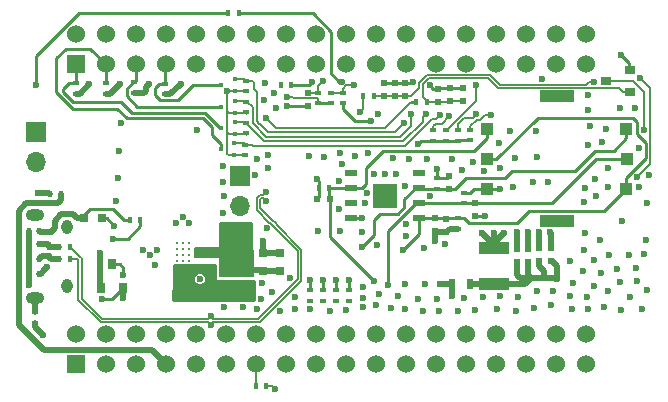
<source format=gbr>
G04 #@! TF.FileFunction,Copper,L4,Bot,Signal*
%FSLAX46Y46*%
G04 Gerber Fmt 4.6, Leading zero omitted, Abs format (unit mm)*
G04 Created by KiCad (PCBNEW 4.0.6) date 10/14/17 16:51:08*
%MOMM*%
%LPD*%
G01*
G04 APERTURE LIST*
%ADD10C,0.100000*%
%ADD11C,0.599440*%
%ADD12R,0.500000X0.900000*%
%ADD13R,1.100000X1.000000*%
%ADD14R,3.000000X1.000000*%
%ADD15O,0.950000X1.250000*%
%ADD16O,1.550000X1.000000*%
%ADD17R,0.400000X0.600000*%
%ADD18R,0.440000X0.300000*%
%ADD19R,0.600000X0.400000*%
%ADD20R,0.500000X0.600000*%
%ADD21R,0.750000X0.800000*%
%ADD22C,1.524000*%
%ADD23R,1.524000X1.524000*%
%ADD24R,0.600000X0.500000*%
%ADD25R,2.500000X1.000000*%
%ADD26R,1.700000X1.700000*%
%ADD27O,1.700000X1.700000*%
%ADD28R,1.000000X1.000000*%
%ADD29R,1.100000X0.500000*%
%ADD30R,0.900000X0.800000*%
%ADD31R,0.800000X0.750000*%
%ADD32R,0.800000X0.900000*%
%ADD33C,0.300000*%
%ADD34C,0.600000*%
%ADD35C,0.254000*%
%ADD36C,0.508000*%
%ADD37C,0.127000*%
G04 APERTURE END LIST*
D10*
D11*
X165608000Y-103530400D03*
X139420600Y-103568500D03*
X139369800Y-102184200D03*
X139395200Y-106222800D03*
X139509500Y-104787700D03*
X141097000Y-114173000D03*
X142227300Y-114287300D03*
X142621000Y-113487200D03*
X142671800Y-112115600D03*
X143535400Y-112852200D03*
X145046700Y-111671100D03*
X145516600Y-113309400D03*
X144195800Y-114503200D03*
X145491200Y-114350800D03*
X146735800Y-114350800D03*
X148437600Y-114477800D03*
X149783800Y-114427000D03*
X151282400Y-114147600D03*
X151282400Y-113411000D03*
X152323800Y-113995200D03*
X153619200Y-114223800D03*
X152603200Y-113030000D03*
X151206200Y-112420400D03*
X170256200Y-96189800D03*
X172999400Y-97332800D03*
X152527000Y-97815400D03*
X142913100Y-95161100D03*
X143713200Y-95999300D03*
X142900400Y-96659700D03*
X143865600Y-97282000D03*
X142240000Y-101574600D03*
X142138400Y-102971600D03*
X143129000Y-107492800D03*
X143205200Y-102387400D03*
X143230600Y-101244400D03*
X146697700Y-101320600D03*
X147967700Y-101409500D03*
X156895800Y-104724200D03*
X154787600Y-103936800D03*
X154876500Y-107086400D03*
X154914600Y-108153200D03*
X152425400Y-108864400D03*
X151180800Y-107823000D03*
X147447000Y-107721400D03*
X149275800Y-107696000D03*
X149225000Y-105816400D03*
X149199600Y-103454200D03*
X149504400Y-102057200D03*
X149275800Y-101117400D03*
X150558500Y-101371400D03*
X151688800Y-101079300D03*
X153771600Y-101498400D03*
X155117800Y-101574600D03*
X161493200Y-102641400D03*
X166878000Y-103543100D03*
X170434000Y-98806000D03*
X171500800Y-100177600D03*
X171958000Y-103949500D03*
X171958000Y-103949500D03*
X171005500Y-104711500D03*
X169989500Y-105283000D03*
X175450500Y-102997000D03*
X174625000Y-104013000D03*
X174294800Y-97282000D03*
X170332400Y-97434400D03*
X173177200Y-106883200D03*
X175260000Y-105308400D03*
X156464000Y-112166400D03*
X156413200Y-109118400D03*
X154838400Y-112166400D03*
X159781240Y-113421160D03*
X161373820Y-113289080D03*
X160748980Y-114368580D03*
X162814000Y-113233200D03*
X162605720Y-114330480D03*
X164236400Y-114452400D03*
X158191200Y-108813600D03*
X164338000Y-113334800D03*
X166014400Y-101447600D03*
X165712140Y-114218720D03*
X167132000Y-113972340D03*
X160528000Y-101904800D03*
X159613600Y-102565200D03*
X163677600Y-99263200D03*
X165996620Y-112778540D03*
X167304720Y-112796320D03*
X156667200Y-101600000D03*
X168783000Y-113192560D03*
X168910000Y-114350800D03*
X162763200Y-100228400D03*
X162814000Y-102412800D03*
X168986200Y-112141000D03*
X165912800Y-99263200D03*
X170185080Y-113329720D03*
X171424600Y-111302800D03*
X169849800Y-111125000D03*
X171983400Y-112816640D03*
X164134800Y-101498400D03*
X170332400Y-114350800D03*
X170764200Y-112369600D03*
X170891200Y-103276400D03*
X170281600Y-100431600D03*
X171627800Y-114122200D03*
X173045120Y-114427000D03*
X173024800Y-112039400D03*
X173857920Y-113309400D03*
X157530800Y-113436400D03*
X174823120Y-114274600D03*
X157683200Y-114503200D03*
X159270700Y-114482880D03*
X175323500Y-112725200D03*
X174421800Y-111963200D03*
X163906200Y-103974900D03*
X171958000Y-102412800D03*
X155905200Y-113436400D03*
X168808400Y-110286800D03*
X169964100Y-109359700D03*
X156362400Y-114503200D03*
X158750000Y-101650800D03*
X154228800Y-113233200D03*
X172770800Y-110896400D03*
X174371000Y-110871000D03*
X170027600Y-104038400D03*
X175196500Y-108458000D03*
X171856400Y-99110800D03*
X175056800Y-109677200D03*
X173736000Y-109728000D03*
X154838400Y-114350800D03*
X172110400Y-109728000D03*
X170789600Y-110159800D03*
X171297600Y-108508800D03*
X170053000Y-107861100D03*
X154051000Y-102870000D03*
X153098500Y-102870000D03*
X152209500Y-102870000D03*
X151574500Y-104457500D03*
X151384000Y-105346500D03*
X163195000Y-107886500D03*
X162306000Y-107886500D03*
X161353500Y-107886500D03*
D12*
X158762000Y-112204500D03*
X160262000Y-112204500D03*
D13*
X173540000Y-104140000D03*
X173590000Y-101600000D03*
X173540000Y-99060000D03*
X161740000Y-99060000D03*
X161740000Y-101600000D03*
X161740000Y-104140000D03*
D14*
X167640000Y-106900000D03*
X167640000Y-96300000D03*
D15*
X126207500Y-107347500D03*
X126207500Y-112347500D03*
D16*
X123507500Y-106347500D03*
X123507500Y-113347500D03*
D17*
X126434000Y-110109000D03*
X125534000Y-110109000D03*
D18*
X140343500Y-101274500D03*
X140343500Y-100274500D03*
X139183500Y-100774500D03*
D19*
X141351000Y-98546500D03*
X141351000Y-99446500D03*
X148526500Y-96906500D03*
X148526500Y-96006500D03*
X149542500Y-96006500D03*
X149542500Y-96906500D03*
X147447000Y-96906500D03*
X147447000Y-96006500D03*
D20*
X146558000Y-95991500D03*
X146558000Y-97091500D03*
D17*
X144266500Y-95313500D03*
X145166500Y-95313500D03*
D21*
X138239500Y-110986000D03*
X138239500Y-109486000D03*
D11*
X136525000Y-107061000D03*
X136017000Y-106553000D03*
X135445500Y-107061000D03*
X135445500Y-113284000D03*
X135445500Y-112331500D03*
X135953500Y-112839500D03*
X136461500Y-113284000D03*
X136461500Y-112331500D03*
X132588000Y-109347000D03*
X133223000Y-109728000D03*
X133794500Y-109347000D03*
X141605000Y-107315000D03*
X140589000Y-107315000D03*
X139509500Y-107315000D03*
X139573000Y-108204000D03*
X140589000Y-108204000D03*
X141605000Y-108204000D03*
X141732000Y-110998000D03*
X140970000Y-110998000D03*
X140208000Y-110998000D03*
D22*
X170091100Y-116433600D03*
X170091100Y-118973600D03*
X167551100Y-116433600D03*
X167551100Y-118973600D03*
X165011100Y-116433600D03*
X165011100Y-118973600D03*
X162471100Y-116433600D03*
X162471100Y-118973600D03*
X159931100Y-116433600D03*
X159931100Y-118973600D03*
X157391100Y-116433600D03*
X157391100Y-118973600D03*
X154851100Y-116433600D03*
X154851100Y-118973600D03*
X152311100Y-116433600D03*
X152311100Y-118973600D03*
X149771100Y-116433600D03*
X149771100Y-118973600D03*
X147231100Y-116433600D03*
X147231100Y-118973600D03*
X144691100Y-116433600D03*
X144691100Y-118973600D03*
X142151100Y-116433600D03*
X142151100Y-118973600D03*
X139611100Y-116433600D03*
X139611100Y-118973600D03*
X137071100Y-116433600D03*
X137071100Y-118973600D03*
X134531100Y-116433600D03*
X134531100Y-118973600D03*
X131991100Y-116433600D03*
X131991100Y-118973600D03*
X129451100Y-116433600D03*
X129451100Y-118973600D03*
X126911100Y-116433600D03*
D23*
X126911100Y-118973600D03*
D22*
X170091100Y-91033600D03*
X170091100Y-93573600D03*
X167551100Y-91033600D03*
X167551100Y-93573600D03*
X165011100Y-91033600D03*
X165011100Y-93573600D03*
X162471100Y-91033600D03*
X162471100Y-93573600D03*
X159931100Y-91033600D03*
X159931100Y-93573600D03*
X157391100Y-91033600D03*
X157391100Y-93573600D03*
X154851100Y-91033600D03*
X154851100Y-93573600D03*
X152311100Y-91033600D03*
X152311100Y-93573600D03*
X149771100Y-91033600D03*
X149771100Y-93573600D03*
X147231100Y-91033600D03*
X147231100Y-93573600D03*
X144691100Y-91033600D03*
X144691100Y-93573600D03*
X142151100Y-91033600D03*
X142151100Y-93573600D03*
X139611100Y-91033600D03*
X139611100Y-93573600D03*
X137071100Y-91033600D03*
X137071100Y-93573600D03*
X134531100Y-91033600D03*
X134531100Y-93573600D03*
X131991100Y-91033600D03*
X131991100Y-93573600D03*
X129451100Y-91033600D03*
X129451100Y-93573600D03*
X126911100Y-91033600D03*
D23*
X126911100Y-93573600D03*
D20*
X153035000Y-96266000D03*
X153035000Y-95166000D03*
X153924000Y-96266000D03*
X153924000Y-95166000D03*
X154813000Y-96244500D03*
X154813000Y-95144500D03*
X158623000Y-96710500D03*
X158623000Y-95610500D03*
D21*
X144208500Y-109613000D03*
X144208500Y-111113000D03*
D20*
X157607000Y-96752500D03*
X157607000Y-95652500D03*
X159702500Y-96689000D03*
X159702500Y-95589000D03*
D21*
X142811500Y-109613000D03*
X142811500Y-111113000D03*
D20*
X158305500Y-107780000D03*
X158305500Y-106680000D03*
X157353000Y-107738000D03*
X157353000Y-106638000D03*
D24*
X147341500Y-105029000D03*
X148441500Y-105029000D03*
D20*
X158559500Y-103018500D03*
X158559500Y-104118500D03*
X160718500Y-106468000D03*
X160718500Y-105368000D03*
D25*
X162369500Y-112180500D03*
X162369500Y-109180500D03*
D20*
X167132000Y-110278000D03*
X167132000Y-109178000D03*
X164274500Y-110299500D03*
X164274500Y-109199500D03*
X165227000Y-110299500D03*
X165227000Y-109199500D03*
X166179500Y-110278000D03*
X166179500Y-109178000D03*
D17*
X123830500Y-107696000D03*
X122930500Y-107696000D03*
X123830500Y-110109000D03*
X122930500Y-110109000D03*
X123830500Y-108775500D03*
X122930500Y-108775500D03*
D19*
X159766000Y-105352000D03*
X159766000Y-104452000D03*
X157543500Y-104145500D03*
X157543500Y-103245500D03*
D17*
X148405000Y-104076500D03*
X147505000Y-104076500D03*
D19*
X159258000Y-106611000D03*
X159258000Y-107511000D03*
D26*
X123571000Y-99314000D03*
D27*
X123571000Y-101854000D03*
D17*
X131503000Y-106743500D03*
X132403000Y-106743500D03*
X152146000Y-96266000D03*
X151246000Y-96266000D03*
X124772000Y-104584500D03*
X125672000Y-104584500D03*
D19*
X123507500Y-115506500D03*
X123507500Y-114606500D03*
X141351000Y-96774000D03*
X141351000Y-97674000D03*
X141351000Y-94985000D03*
X141351000Y-95885000D03*
D17*
X156660000Y-96774000D03*
X155760000Y-96774000D03*
X122930500Y-111315500D03*
X123830500Y-111315500D03*
X126439500Y-109029500D03*
X125539500Y-109029500D03*
X143071000Y-120840500D03*
X142171000Y-120840500D03*
D19*
X160337500Y-99118000D03*
X160337500Y-100018000D03*
X158242000Y-99181500D03*
X158242000Y-100081500D03*
X157162500Y-99181500D03*
X157162500Y-100081500D03*
X159258000Y-99181500D03*
X159258000Y-100081500D03*
D17*
X140721500Y-89281000D03*
X139821500Y-89281000D03*
D19*
X147828000Y-113607000D03*
X147828000Y-112707000D03*
X150050500Y-113607000D03*
X150050500Y-112707000D03*
X148971000Y-113607000D03*
X148971000Y-112707000D03*
X146748500Y-113607000D03*
X146748500Y-112707000D03*
D28*
X152606500Y-105219500D03*
D29*
X150206500Y-106624500D03*
X150206500Y-105354500D03*
X150206500Y-104084500D03*
X150206500Y-102814500D03*
X156006500Y-102814500D03*
X156006500Y-104084500D03*
X156006500Y-105354500D03*
X156006500Y-106624500D03*
D28*
X153606500Y-105219500D03*
X152606500Y-104219500D03*
X153606500Y-104219500D03*
D30*
X173847000Y-94046000D03*
X173847000Y-95946000D03*
X171847000Y-94996000D03*
D31*
X129147000Y-106616500D03*
X127647000Y-106616500D03*
D25*
X140398500Y-109712500D03*
X140398500Y-112712500D03*
D32*
X130932000Y-112522000D03*
X129032000Y-112522000D03*
X129982000Y-110522000D03*
D18*
X140398500Y-97710500D03*
X140398500Y-96710500D03*
X139238500Y-97210500D03*
X140415500Y-95877000D03*
X140415500Y-94877000D03*
X139255500Y-95377000D03*
X140407000Y-99496500D03*
X140407000Y-98496500D03*
X139247000Y-98996500D03*
D19*
X131889500Y-95117500D03*
X131889500Y-96017500D03*
X134493000Y-95244500D03*
X134493000Y-96144500D03*
X141287500Y-100388000D03*
X141287500Y-101288000D03*
X129476500Y-95181000D03*
X129476500Y-96081000D03*
X126936500Y-95181000D03*
X126936500Y-96081000D03*
D26*
X140843000Y-103060500D03*
D27*
X140843000Y-105600500D03*
D11*
X139446000Y-110998000D03*
D33*
X135493000Y-110212000D03*
X136493000Y-110712000D03*
X135493000Y-109712000D03*
X135493000Y-110712000D03*
X135493000Y-109212000D03*
X135493000Y-108712000D03*
X135993000Y-108712000D03*
X135993000Y-109212000D03*
X135993000Y-109712000D03*
X135993000Y-110212000D03*
X135993000Y-110712000D03*
X136493000Y-110212000D03*
X136493000Y-109712000D03*
X136493000Y-109212000D03*
X136493000Y-108712000D03*
D34*
X161607500Y-106467991D03*
X137223500Y-99123500D03*
X144843500Y-97091500D03*
X147383500Y-103314500D03*
X156908500Y-95377000D03*
X155511500Y-95123000D03*
X151892000Y-98425000D03*
X142811500Y-108585000D03*
X130175000Y-107251500D03*
X122936000Y-112268000D03*
X129159000Y-113474500D03*
X155892500Y-100330000D03*
X157353000Y-108521500D03*
X167068500Y-107827002D03*
X166115812Y-107826316D03*
X165227000Y-107759500D03*
X164274500Y-107759500D03*
X173101000Y-92773500D03*
X130937000Y-113383002D03*
X124147790Y-116517210D03*
X157543500Y-102425500D03*
X162814000Y-104140000D03*
X143764000Y-121077010D03*
X151193500Y-106616500D03*
X130365500Y-105156000D03*
X123571000Y-95313500D03*
X130492500Y-103251000D03*
X130556000Y-100965000D03*
X130746500Y-98552000D03*
X133667500Y-110583500D03*
X137414000Y-111760000D03*
X170815000Y-95059500D03*
X124841000Y-107759500D03*
X174642479Y-100711000D03*
X158750000Y-113220500D03*
X157734000Y-112204500D03*
X139446000Y-114109500D03*
X147845925Y-95016611D03*
X154622500Y-109347000D03*
X152209500Y-111950500D03*
X151193500Y-109029500D03*
X153352500Y-112268000D03*
X165481000Y-111696500D03*
X166560500Y-111696500D03*
X167640000Y-111760000D03*
X174434500Y-103124000D03*
X174688500Y-94742000D03*
X124657553Y-109851890D03*
X124714000Y-109029500D03*
X123761500Y-104457500D03*
X175023490Y-99197813D03*
X156591000Y-97790000D03*
X157734000Y-97917000D03*
X154749500Y-98552000D03*
X155340886Y-97791794D03*
X124525709Y-110749556D03*
X150968870Y-97616990D03*
X138343220Y-115692200D03*
X143011598Y-105168298D03*
X143065500Y-98171000D03*
X138343220Y-114914400D03*
X143011598Y-104390498D03*
X150495000Y-95313500D03*
X144827498Y-96329500D03*
X166433500Y-94805500D03*
X162115500Y-97917000D03*
X160782000Y-95359521D03*
X158559500Y-97980500D03*
X160817077Y-97811112D03*
X149468050Y-95060277D03*
X147828000Y-111823500D03*
X150050500Y-111823500D03*
X148971000Y-111823500D03*
X146748500Y-111823500D03*
X146939000Y-95059500D03*
X130048000Y-108394500D03*
X128968500Y-109537500D03*
X130937000Y-111442500D03*
X139767544Y-95838513D03*
X133158936Y-95249582D03*
X128079500Y-95250000D03*
X130683000Y-95250000D03*
X135826500Y-95250000D03*
D35*
X161607491Y-106468000D02*
X161607500Y-106467991D01*
X160718500Y-106468000D02*
X161607491Y-106468000D01*
X146558000Y-97091500D02*
X144843500Y-97091500D01*
X147505000Y-104076500D02*
X147505000Y-103436000D01*
X147505000Y-103436000D02*
X147383500Y-103314500D01*
X147505000Y-104076500D02*
X147505000Y-104865500D01*
X147505000Y-104865500D02*
X147341500Y-105029000D01*
X157120500Y-95589000D02*
X156908500Y-95377000D01*
X157120500Y-95652500D02*
X157120500Y-95589000D01*
X154813000Y-95144500D02*
X155490000Y-95144500D01*
X155490000Y-95144500D02*
X155511500Y-95123000D01*
X150607000Y-98425000D02*
X151892000Y-98425000D01*
X149542500Y-96906500D02*
X149542500Y-97360500D01*
X149542500Y-97360500D02*
X150607000Y-98425000D01*
D36*
X142811500Y-109613000D02*
X144208500Y-109613000D01*
X142811500Y-109613000D02*
X142811500Y-108585000D01*
D35*
X129147000Y-106616500D02*
X129540000Y-106616500D01*
X129540000Y-106616500D02*
X130175000Y-107251500D01*
D36*
X122930500Y-111315500D02*
X122930500Y-112262500D01*
X122930500Y-112262500D02*
X122936000Y-112268000D01*
X122930500Y-110109000D02*
X122930500Y-111315500D01*
X122930500Y-108775500D02*
X122930500Y-110109000D01*
X122930500Y-107696000D02*
X122930500Y-108775500D01*
D35*
X129979500Y-113474500D02*
X129159000Y-113474500D01*
X130932000Y-112522000D02*
X129979500Y-113474500D01*
X157162500Y-100081500D02*
X156141000Y-100081500D01*
X156141000Y-100081500D02*
X155892500Y-100330000D01*
X158242000Y-100081500D02*
X157162500Y-100081500D01*
X159258000Y-100081500D02*
X158242000Y-100081500D01*
X160337500Y-100018000D02*
X159321500Y-100018000D01*
X159321500Y-100018000D02*
X159258000Y-100081500D01*
D36*
X157353000Y-107738000D02*
X157353000Y-108521500D01*
X158305500Y-107780000D02*
X157395000Y-107780000D01*
X157395000Y-107780000D02*
X157353000Y-107738000D01*
X159258000Y-107511000D02*
X158574500Y-107511000D01*
X158574500Y-107511000D02*
X158305500Y-107780000D01*
X162369500Y-109180500D02*
X162369500Y-108902500D01*
X162369500Y-108902500D02*
X161353500Y-107886500D01*
X162369500Y-109180500D02*
X162369500Y-108712000D01*
X162369500Y-108712000D02*
X163195000Y-107886500D01*
X162369500Y-109180500D02*
X162369500Y-107950000D01*
X162369500Y-107950000D02*
X162306000Y-107886500D01*
X167132000Y-109178000D02*
X167132000Y-107890502D01*
X167132000Y-107890502D02*
X167068500Y-107827002D01*
X166179500Y-109178000D02*
X166179500Y-107890004D01*
X166179500Y-107890004D02*
X166115812Y-107826316D01*
X165227000Y-109199500D02*
X165227000Y-107759500D01*
X164274500Y-109199500D02*
X164274500Y-107759500D01*
D35*
X173799500Y-94107000D02*
X173799500Y-93472000D01*
X173799500Y-93472000D02*
X173101000Y-92773500D01*
D36*
X130932000Y-112522000D02*
X130932000Y-113378002D01*
X130932000Y-113378002D02*
X130937000Y-113383002D01*
X123507500Y-115506500D02*
X123507500Y-115876920D01*
X123507500Y-115876920D02*
X124147790Y-116517210D01*
D35*
X157543500Y-103245500D02*
X157543500Y-102425500D01*
X157543500Y-103245500D02*
X158332500Y-103245500D01*
X158332500Y-103245500D02*
X158559500Y-103018500D01*
X160655000Y-104117000D02*
X160678000Y-104140000D01*
X160678000Y-104140000D02*
X161740000Y-104140000D01*
X159766000Y-104452000D02*
X160320000Y-104452000D01*
X160320000Y-104452000D02*
X160655000Y-104117000D01*
X161740000Y-104140000D02*
X162814000Y-104140000D01*
X153924000Y-95166000D02*
X154791500Y-95166000D01*
X154791500Y-95166000D02*
X154813000Y-95144500D01*
X153035000Y-95166000D02*
X153924000Y-95166000D01*
X157607000Y-95652500D02*
X157120500Y-95652500D01*
X158623000Y-95610500D02*
X157649000Y-95610500D01*
X157649000Y-95610500D02*
X157607000Y-95652500D01*
X159702500Y-95589000D02*
X158644500Y-95589000D01*
X158644500Y-95589000D02*
X158623000Y-95610500D01*
D37*
X143071000Y-120840500D02*
X143527490Y-120840500D01*
X143527490Y-120840500D02*
X143764000Y-121077010D01*
D35*
X150206500Y-106624500D02*
X151185500Y-106624500D01*
X151185500Y-106624500D02*
X151193500Y-106616500D01*
D36*
X134531100Y-118973600D02*
X133350000Y-117792500D01*
X133350000Y-117792500D02*
X124244100Y-117792500D01*
X122110500Y-105981500D02*
X122745500Y-105346500D01*
X122745500Y-105346500D02*
X125412500Y-105346500D01*
X124244100Y-117792500D02*
X122110500Y-115658900D01*
X122110500Y-115658900D02*
X122110500Y-105981500D01*
X125412500Y-105346500D02*
X125672000Y-105087000D01*
X125672000Y-105087000D02*
X125672000Y-104584500D01*
D35*
X126936500Y-95181000D02*
X126936500Y-93599000D01*
X126936500Y-93599000D02*
X126911100Y-93573600D01*
X126382500Y-95181000D02*
X126936500Y-95181000D01*
X125857000Y-95706500D02*
X126382500Y-95181000D01*
X125857000Y-95958702D02*
X125857000Y-95706500D01*
X126672298Y-96774000D02*
X125857000Y-95958702D01*
X130746500Y-96774000D02*
X126672298Y-96774000D01*
X131699000Y-97726500D02*
X130746500Y-96774000D01*
X137907000Y-97726500D02*
X131699000Y-97726500D01*
X139177000Y-98996500D02*
X137907000Y-97726500D01*
X139247000Y-98996500D02*
X139177000Y-98996500D01*
X126111000Y-92265500D02*
X128143000Y-92265500D01*
X128143000Y-92265500D02*
X129451100Y-93573600D01*
X125285500Y-93091000D02*
X126111000Y-92265500D01*
X125285500Y-95926032D02*
X125285500Y-93091000D01*
X130429000Y-97345500D02*
X126704968Y-97345500D01*
X126704968Y-97345500D02*
X125285500Y-95926032D01*
X131254500Y-98171000D02*
X130429000Y-97345500D01*
X137731500Y-98171000D02*
X131254500Y-98171000D01*
X138430000Y-98869500D02*
X137731500Y-98171000D01*
X138430000Y-99617000D02*
X138430000Y-98869500D01*
X139183500Y-100370500D02*
X138430000Y-99617000D01*
X129451100Y-93573600D02*
X129451100Y-95155600D01*
X139183500Y-100774500D02*
X139183500Y-100370500D01*
X129451100Y-95155600D02*
X129476500Y-95181000D01*
X139238500Y-97210500D02*
X132125298Y-97210500D01*
X132125298Y-97210500D02*
X131233899Y-96319101D01*
X131789500Y-95117500D02*
X131889500Y-95117500D01*
X131233899Y-96319101D02*
X131233900Y-95673100D01*
X131233900Y-95673100D02*
X131789500Y-95117500D01*
X131991100Y-93573600D02*
X131991100Y-95015900D01*
X131991100Y-95015900D02*
X131889500Y-95117500D01*
X134493000Y-93611700D02*
X134531100Y-93573600D01*
X134493000Y-95244500D02*
X133939000Y-95244500D01*
X133939000Y-95244500D02*
X133604000Y-95579500D01*
X133604000Y-95579500D02*
X133604000Y-96212702D01*
X133604000Y-96212702D02*
X134043808Y-96652510D01*
X134043808Y-96652510D02*
X135566990Y-96652510D01*
X135566990Y-96652510D02*
X136842500Y-95377000D01*
X136842500Y-95377000D02*
X139255500Y-95377000D01*
X134493000Y-95244500D02*
X134493000Y-93611700D01*
D37*
X142151100Y-118973600D02*
X142151100Y-120820600D01*
X142151100Y-120820600D02*
X142171000Y-120840500D01*
D35*
X139821500Y-89281000D02*
X127160018Y-89281000D01*
X127160018Y-89281000D02*
X123571000Y-92870018D01*
X123571000Y-92870018D02*
X123571000Y-95313500D01*
D37*
X153035000Y-96266000D02*
X152146000Y-96266000D01*
X153924000Y-96266000D02*
X153035000Y-96266000D01*
X154813000Y-96244500D02*
X153945500Y-96244500D01*
X153945500Y-96244500D02*
X153924000Y-96266000D01*
X156019500Y-95567500D02*
X155342500Y-96244500D01*
X155342500Y-96244500D02*
X154813000Y-96244500D01*
X156019500Y-95186500D02*
X156019500Y-95567500D01*
X156679899Y-94526101D02*
X156019500Y-95186500D01*
X162026601Y-94526101D02*
X156679899Y-94526101D01*
X162814000Y-95313500D02*
X162026601Y-94526101D01*
X170136736Y-95313500D02*
X162814000Y-95313500D01*
X170815000Y-95059500D02*
X170390736Y-95059500D01*
X170390736Y-95059500D02*
X170136736Y-95313500D01*
D36*
X126682500Y-106299000D02*
X127000000Y-106616500D01*
X127000000Y-106616500D02*
X127647000Y-106616500D01*
X125666500Y-106299000D02*
X126682500Y-106299000D01*
X125140999Y-106824501D02*
X125666500Y-106299000D01*
X124841000Y-107759500D02*
X125140999Y-107459501D01*
X125140999Y-107459501D02*
X125140999Y-106824501D01*
D35*
X131503000Y-106743500D02*
X131000500Y-106743500D01*
X131000500Y-106743500D02*
X130111500Y-105854500D01*
X127647000Y-106350500D02*
X127647000Y-106616500D01*
X130111500Y-105854500D02*
X128143000Y-105854500D01*
X128143000Y-105854500D02*
X127647000Y-106350500D01*
D36*
X124841000Y-107759500D02*
X123894000Y-107759500D01*
X123894000Y-107759500D02*
X123830500Y-107696000D01*
X144208500Y-111113000D02*
X142811500Y-111113000D01*
X141732000Y-110998000D02*
X142696500Y-110998000D01*
X142696500Y-110998000D02*
X142811500Y-111113000D01*
X158762000Y-112204500D02*
X158762000Y-113208500D01*
X158762000Y-113208500D02*
X158750000Y-113220500D01*
X158762000Y-112204500D02*
X157734000Y-112204500D01*
D37*
X156660000Y-96674000D02*
X156660000Y-96774000D01*
X156333000Y-95254000D02*
X156333000Y-96347000D01*
X156333000Y-96347000D02*
X156660000Y-96674000D01*
X156806888Y-94780112D02*
X156333000Y-95254000D01*
X173847000Y-95946000D02*
X173270000Y-95946000D01*
X161836112Y-94780112D02*
X156806888Y-94780112D01*
X172933499Y-95609499D02*
X162665499Y-95609499D01*
X162665499Y-95609499D02*
X161836112Y-94780112D01*
X173270000Y-95946000D02*
X172933499Y-95609499D01*
X156660000Y-96774000D02*
X157585500Y-96774000D01*
X157585500Y-96774000D02*
X157607000Y-96752500D01*
X158623000Y-96710500D02*
X159681000Y-96710500D01*
X159681000Y-96710500D02*
X159702500Y-96689000D01*
X157607000Y-96752500D02*
X158581000Y-96752500D01*
X158581000Y-96752500D02*
X158623000Y-96710500D01*
X147545926Y-95316610D02*
X147845925Y-95016611D01*
X147447000Y-95415536D02*
X147545926Y-95316610D01*
X147447000Y-96006500D02*
X147447000Y-95415536D01*
X146558000Y-95991500D02*
X147432000Y-95991500D01*
X147432000Y-95991500D02*
X147447000Y-96006500D01*
D35*
X159258000Y-106611000D02*
X159812000Y-106611000D01*
X173490000Y-104140000D02*
X173540000Y-104140000D01*
X159812000Y-106611000D02*
X160223001Y-107022001D01*
X171635800Y-105994200D02*
X173490000Y-104140000D01*
X160223001Y-107022001D02*
X164300799Y-107022001D01*
X164300799Y-107022001D02*
X165328600Y-105994200D01*
X165328600Y-105994200D02*
X171635800Y-105994200D01*
X173540000Y-103386000D02*
X173540000Y-104140000D01*
X173540000Y-103198576D02*
X173540000Y-103386000D01*
X175196489Y-101542087D02*
X173540000Y-103198576D01*
X175196489Y-100260913D02*
X175196489Y-101542087D01*
X174469488Y-99533912D02*
X175196489Y-100260913D01*
X166036500Y-98107500D02*
X174094702Y-98107500D01*
X174094702Y-98107500D02*
X174469488Y-98482286D01*
X162544000Y-101600000D02*
X166036500Y-98107500D01*
X161740000Y-101600000D02*
X162544000Y-101600000D01*
X174469488Y-98482286D02*
X174469488Y-99533912D01*
X159358000Y-106611000D02*
X159258000Y-106611000D01*
X157353000Y-106638000D02*
X158263500Y-106638000D01*
X158263500Y-106638000D02*
X158305500Y-106680000D01*
X159258000Y-106611000D02*
X158374500Y-106611000D01*
X158374500Y-106611000D02*
X158305500Y-106680000D01*
X154622500Y-109347000D02*
X156006500Y-107963000D01*
X156006500Y-107963000D02*
X156006500Y-106624500D01*
X157353000Y-106638000D02*
X156020000Y-106638000D01*
X156020000Y-106638000D02*
X156006500Y-106624500D01*
X148405000Y-104076500D02*
X150198500Y-104076500D01*
X148405000Y-104076500D02*
X148405000Y-104992500D01*
X148405000Y-104992500D02*
X148441500Y-105029000D01*
X152209500Y-111950500D02*
X148441500Y-108182500D01*
X148441500Y-108182500D02*
X148441500Y-105029000D01*
X161740000Y-99814000D02*
X161740000Y-99060000D01*
X150198500Y-104076500D02*
X150206500Y-104084500D01*
X150206500Y-104084500D02*
X151122000Y-104084500D01*
X151122000Y-104084500D02*
X151511000Y-103695500D01*
X151511000Y-103695500D02*
X151511000Y-102362000D01*
X151511000Y-102362000D02*
X152971500Y-100901500D01*
X152971500Y-100901500D02*
X160652500Y-100901500D01*
X160652500Y-100901500D02*
X161740000Y-99814000D01*
X170878500Y-100901500D02*
X169176700Y-102603300D01*
X163288979Y-103195121D02*
X163880800Y-102603300D01*
X163880800Y-102603300D02*
X169176700Y-102603300D01*
X159994500Y-103187500D02*
X160002121Y-103195121D01*
X160002121Y-103195121D02*
X163288979Y-103195121D01*
X159063500Y-104118500D02*
X158559500Y-104118500D01*
X159994500Y-103187500D02*
X159063500Y-104118500D01*
X172452500Y-100901500D02*
X170878500Y-100901500D01*
X173540000Y-99060000D02*
X173540000Y-99814000D01*
X173540000Y-99814000D02*
X172452500Y-100901500D01*
X158559500Y-104118500D02*
X157570500Y-104118500D01*
X157570500Y-104118500D02*
X157543500Y-104145500D01*
X154178000Y-106235500D02*
X154749500Y-105664000D01*
X154749500Y-105664000D02*
X154749500Y-105041500D01*
X152717500Y-106235500D02*
X154178000Y-106235500D01*
X152146000Y-106807000D02*
X152717500Y-106235500D01*
X152146000Y-108077000D02*
X152146000Y-106807000D01*
X151193500Y-109029500D02*
X152146000Y-108077000D01*
X154749500Y-105041500D02*
X155706500Y-104084500D01*
X155706500Y-104084500D02*
X156006500Y-104084500D01*
X157543500Y-104145500D02*
X156067500Y-104145500D01*
X156067500Y-104145500D02*
X156006500Y-104084500D01*
X153352500Y-107708500D02*
X153352500Y-112268000D01*
X167237500Y-105368000D02*
X171005500Y-101600000D01*
X171005500Y-101600000D02*
X173590000Y-101600000D01*
X160718500Y-105368000D02*
X167237500Y-105368000D01*
X160718500Y-105368000D02*
X159782000Y-105368000D01*
X159782000Y-105368000D02*
X159766000Y-105352000D01*
X156006500Y-105354500D02*
X155706500Y-105354500D01*
X155706500Y-105354500D02*
X153352500Y-107708500D01*
X159766000Y-105352000D02*
X156009000Y-105352000D01*
X156009000Y-105352000D02*
X156006500Y-105354500D01*
D36*
X160262000Y-112204500D02*
X162345500Y-112204500D01*
X162345500Y-112204500D02*
X162369500Y-112180500D01*
X162369500Y-112180500D02*
X163092000Y-112180500D01*
X162369500Y-112180500D02*
X164997000Y-112180500D01*
X164997000Y-112180500D02*
X165481000Y-111696500D01*
X166560500Y-111696500D02*
X167576500Y-111696500D01*
X167576500Y-111696500D02*
X167640000Y-111760000D01*
X165481000Y-111696500D02*
X166560500Y-111696500D01*
X164274500Y-110299500D02*
X164274500Y-111442500D01*
X164274500Y-111442500D02*
X164528500Y-111696500D01*
X164528500Y-111696500D02*
X165481000Y-111696500D01*
X165227000Y-110299500D02*
X165227000Y-111442500D01*
X165227000Y-111442500D02*
X165481000Y-111696500D01*
X166560500Y-111061500D02*
X166179500Y-110680500D01*
X166179500Y-110680500D02*
X166179500Y-110278000D01*
X166560500Y-111696500D02*
X166560500Y-111061500D01*
X167237500Y-110278000D02*
X167640000Y-110680500D01*
X167640000Y-110680500D02*
X167640000Y-111760000D01*
X167132000Y-110278000D02*
X167237500Y-110278000D01*
D37*
X175514000Y-102044500D02*
X174434500Y-103124000D01*
X175514000Y-95567500D02*
X175514000Y-102044500D01*
X174988499Y-95041999D02*
X175514000Y-95567500D01*
X174688500Y-94742000D02*
X174988499Y-95041999D01*
D36*
X124657553Y-109940553D02*
X124657553Y-109851890D01*
X124233289Y-109851890D02*
X124657553Y-109851890D01*
X123830500Y-110109000D02*
X124087610Y-109851890D01*
X125534000Y-110109000D02*
X124826000Y-110109000D01*
X124087610Y-109851890D02*
X124233289Y-109851890D01*
X124826000Y-110109000D02*
X124657553Y-109940553D01*
X124650500Y-109029500D02*
X124650500Y-108887500D01*
X124650500Y-108887500D02*
X124538500Y-108775500D01*
X124538500Y-108775500D02*
X123830500Y-108775500D01*
X124714000Y-109029500D02*
X124650500Y-109029500D01*
X125539500Y-109029500D02*
X124714000Y-109029500D01*
X123761500Y-104457500D02*
X124645000Y-104457500D01*
X124645000Y-104457500D02*
X124772000Y-104584500D01*
D37*
X171847000Y-94996000D02*
X174089902Y-94996000D01*
X175023490Y-95929588D02*
X175023490Y-98773549D01*
X175023490Y-98773549D02*
X175023490Y-99197813D01*
X174089902Y-94996000D02*
X175023490Y-95929588D01*
X141351000Y-98580990D02*
X142892045Y-100122035D01*
X156291001Y-98089999D02*
X156591000Y-97790000D01*
X156291001Y-98493467D02*
X156291001Y-98089999D01*
X154662433Y-100122035D02*
X156291001Y-98493467D01*
X142892045Y-100122035D02*
X154662433Y-100122035D01*
D35*
X141351000Y-98546500D02*
X141351000Y-98580990D01*
D37*
X140407000Y-98496500D02*
X141301000Y-98496500D01*
D35*
X141301000Y-98496500D02*
X141351000Y-98546500D01*
D37*
X157434001Y-98216999D02*
X157734000Y-97917000D01*
X141956546Y-100503046D02*
X154820252Y-100503046D01*
X141287500Y-100388000D02*
X141841500Y-100388000D01*
X157106299Y-98216999D02*
X157434001Y-98216999D01*
X141841500Y-100388000D02*
X141956546Y-100503046D01*
X154820252Y-100503046D02*
X157106299Y-98216999D01*
X140343500Y-100274500D02*
X141174000Y-100274500D01*
D35*
X141174000Y-100274500D02*
X141287500Y-100388000D01*
D37*
X154749500Y-98552000D02*
X153941487Y-99360013D01*
X153941487Y-99360013D02*
X143207683Y-99360013D01*
X141998700Y-95689798D02*
X141998700Y-95135700D01*
X143207683Y-99360013D02*
X142493991Y-98646321D01*
X142493991Y-98646321D02*
X142474021Y-98646321D01*
X142240000Y-95931098D02*
X141998700Y-95689798D01*
X142474021Y-98646321D02*
X142240000Y-98412300D01*
X142240000Y-98412300D02*
X142240000Y-95931098D01*
X141998700Y-95135700D02*
X141848000Y-94985000D01*
X141848000Y-94985000D02*
X141351000Y-94985000D01*
D35*
X141351000Y-94985000D02*
X141451000Y-94985000D01*
D37*
X140415500Y-94877000D02*
X141243000Y-94877000D01*
X141243000Y-94877000D02*
X141351000Y-94985000D01*
X141905000Y-98596160D02*
X143049864Y-99741024D01*
X141905000Y-97228000D02*
X141905000Y-98596160D01*
X155340886Y-98216058D02*
X155340886Y-97791794D01*
X155340886Y-98780538D02*
X155340886Y-98216058D01*
X143049864Y-99741024D02*
X154380400Y-99741024D01*
X141451000Y-96774000D02*
X141905000Y-97228000D01*
D35*
X141351000Y-96774000D02*
X141451000Y-96774000D01*
D37*
X154380400Y-99741024D02*
X155340886Y-98780538D01*
X140398500Y-96710500D02*
X141287500Y-96710500D01*
D35*
X141287500Y-96710500D02*
X141351000Y-96774000D01*
D36*
X123959765Y-111315500D02*
X124225710Y-111049555D01*
X123830500Y-111315500D02*
X123959765Y-111315500D01*
X124225710Y-111049555D02*
X124525709Y-110749556D01*
X123507500Y-114606500D02*
X123507500Y-113347500D01*
D37*
X151246000Y-97339860D02*
X150968870Y-97616990D01*
X151246000Y-96266000D02*
X151246000Y-97339860D01*
X127127000Y-113563026D02*
X127127000Y-110148052D01*
X127127000Y-110148052D02*
X127087948Y-110109000D01*
X127087948Y-110109000D02*
X126434000Y-110109000D01*
X129019673Y-115455699D02*
X127127000Y-113563026D01*
X138343220Y-115692200D02*
X138106719Y-115455699D01*
X138106719Y-115455699D02*
X129019673Y-115455699D01*
X143490555Y-106697788D02*
X143924012Y-107131245D01*
X138579721Y-115455699D02*
X138343220Y-115692200D01*
X143011598Y-105168298D02*
X142775097Y-104931797D01*
X143924012Y-107131245D02*
X143924012Y-107183286D01*
X142775097Y-104931797D02*
X142651701Y-104931797D01*
X142651701Y-104931797D02*
X142544800Y-105038698D01*
X142544800Y-105038698D02*
X142544800Y-105804074D01*
X142544800Y-105804074D02*
X143438514Y-106697788D01*
X143438514Y-106697788D02*
X143490555Y-106697788D01*
X143924012Y-107183286D02*
X146024600Y-109283874D01*
X146024600Y-109283874D02*
X146024600Y-111932728D01*
X146024600Y-111932728D02*
X142501627Y-115455699D01*
X142501627Y-115455699D02*
X138579721Y-115455699D01*
X143873502Y-98979002D02*
X143365499Y-98470999D01*
X153100998Y-98979002D02*
X143873502Y-98979002D01*
X155306000Y-96774000D02*
X153100998Y-98979002D01*
X143365499Y-98470999D02*
X143065500Y-98171000D01*
D35*
X155760000Y-96774000D02*
X155306000Y-96774000D01*
D37*
X138579721Y-115150901D02*
X138343220Y-114914400D01*
X145719800Y-111806476D02*
X142375375Y-115150901D01*
X145719800Y-109410126D02*
X145719800Y-111806476D01*
X143619221Y-107309547D02*
X145719800Y-109410126D01*
X143312253Y-107002579D02*
X143364307Y-107002579D01*
X142240000Y-105930326D02*
X143312253Y-107002579D01*
X142525447Y-104626999D02*
X142240000Y-104912446D01*
X143364307Y-107002579D02*
X143619221Y-107257493D01*
X142375375Y-115150901D02*
X138579721Y-115150901D01*
X142775097Y-104626999D02*
X142525447Y-104626999D01*
X142240000Y-104912446D02*
X142240000Y-105930326D01*
X143011598Y-104390498D02*
X142775097Y-104626999D01*
X138106719Y-115150901D02*
X129145927Y-115150901D01*
X143619221Y-107257493D02*
X143619221Y-107309547D01*
X127431800Y-113436774D02*
X127431800Y-110021800D01*
X138343220Y-114914400D02*
X138106719Y-115150901D01*
X127431800Y-110021800D02*
X127303474Y-109893474D01*
X127303474Y-109893474D02*
X126439500Y-109029500D01*
X129145927Y-115150901D02*
X127431800Y-113436774D01*
X149845000Y-95377000D02*
X150431500Y-95377000D01*
X150431500Y-95377000D02*
X150495000Y-95313500D01*
X149542500Y-96006500D02*
X149542500Y-95679500D01*
X149542500Y-95679500D02*
X149845000Y-95377000D01*
X148526500Y-96006500D02*
X149542500Y-96006500D01*
X147421499Y-96482001D02*
X147447000Y-96507502D01*
X147447000Y-96507502D02*
X147447000Y-96906500D01*
X144827498Y-96329500D02*
X145251762Y-96329500D01*
X145251762Y-96329500D02*
X145404263Y-96482001D01*
X145404263Y-96482001D02*
X147421499Y-96482001D01*
D35*
X147447000Y-96906500D02*
X148526500Y-96906500D01*
D37*
X161159387Y-98301613D02*
X161544000Y-97917000D01*
X161544000Y-97917000D02*
X162115500Y-97917000D01*
X160337500Y-99181500D02*
X160337500Y-98854500D01*
X160337500Y-98854500D02*
X160890387Y-98301613D01*
X160890387Y-98301613D02*
X161159387Y-98301613D01*
X160782000Y-95783785D02*
X160782000Y-95359521D01*
X158242000Y-99181500D02*
X158342000Y-99181500D01*
X158342000Y-99181500D02*
X160782000Y-96741500D01*
X160782000Y-96741500D02*
X160782000Y-95783785D01*
X158559500Y-97980500D02*
X157924500Y-98615500D01*
X157924500Y-98615500D02*
X157401500Y-98615500D01*
X157401500Y-98615500D02*
X157162500Y-98854500D01*
X157162500Y-98854500D02*
X157162500Y-99181500D01*
X159825889Y-98111111D02*
X159258000Y-98679000D01*
X159258000Y-98679000D02*
X159258000Y-99181500D01*
X160817077Y-97811112D02*
X160517078Y-98111111D01*
X160517078Y-98111111D02*
X159825889Y-98111111D01*
X160760888Y-97811112D02*
X160817077Y-97811112D01*
D35*
X148526500Y-90825318D02*
X148526500Y-94340288D01*
X148526500Y-94340288D02*
X149246489Y-95060277D01*
X149246489Y-95060277D02*
X149468050Y-95060277D01*
X140721500Y-89281000D02*
X146982182Y-89281000D01*
X146982182Y-89281000D02*
X148526500Y-90825318D01*
X147828000Y-111823500D02*
X147828000Y-112707000D01*
X150050500Y-111823500D02*
X150050500Y-112707000D01*
X148971000Y-111823500D02*
X148971000Y-112707000D01*
X146748500Y-111823500D02*
X146748500Y-112707000D01*
X145620500Y-95313500D02*
X146685000Y-95313500D01*
X146685000Y-95313500D02*
X146939000Y-95059500D01*
X145166500Y-95313500D02*
X145620500Y-95313500D01*
X131306000Y-108394500D02*
X130048000Y-108394500D01*
X132403000Y-106743500D02*
X132403000Y-107297500D01*
X132403000Y-107297500D02*
X131306000Y-108394500D01*
D36*
X128968500Y-109537500D02*
X128968500Y-112458500D01*
X128968500Y-112458500D02*
X129032000Y-112522000D01*
D35*
X130651500Y-110522000D02*
X130937000Y-110807500D01*
X130937000Y-110807500D02*
X130937000Y-111442500D01*
X129982000Y-110522000D02*
X130651500Y-110522000D01*
D37*
X140343500Y-101274500D02*
X141274000Y-101274500D01*
D35*
X141274000Y-101274500D02*
X141287500Y-101288000D01*
D37*
X140407000Y-99496500D02*
X141301000Y-99496500D01*
D35*
X141301000Y-99496500D02*
X141351000Y-99446500D01*
D37*
X140398500Y-97710500D02*
X141314500Y-97710500D01*
D35*
X141314500Y-97710500D02*
X141351000Y-97674000D01*
D37*
X140415500Y-95877000D02*
X141343000Y-95877000D01*
D35*
X141343000Y-95877000D02*
X141351000Y-95885000D01*
D37*
X139763500Y-99327000D02*
X139763500Y-101168500D01*
X139869500Y-101274500D02*
X140343500Y-101274500D01*
X139763500Y-101168500D02*
X139869500Y-101274500D01*
X139763500Y-97549500D02*
X139763500Y-99327000D01*
X139763500Y-99327000D02*
X139933000Y-99496500D01*
X139933000Y-99496500D02*
X140407000Y-99496500D01*
X139767544Y-95838513D02*
X139767544Y-96262777D01*
X139767544Y-96262777D02*
X139763500Y-96266821D01*
X139763500Y-96266821D02*
X139763500Y-97549500D01*
X139763500Y-97549500D02*
X139924500Y-97710500D01*
X139924500Y-97710500D02*
X140398500Y-97710500D01*
X139767544Y-95838513D02*
X140377013Y-95838513D01*
X140377013Y-95838513D02*
X140415500Y-95877000D01*
D36*
X132858937Y-95549581D02*
X133158936Y-95249582D01*
X131889500Y-96017500D02*
X132697500Y-96017500D01*
X132697500Y-96017500D02*
X132858937Y-95856063D01*
X132858937Y-95856063D02*
X132858937Y-95549581D01*
X127248500Y-96081000D02*
X128079500Y-95250000D01*
X126936500Y-96081000D02*
X127248500Y-96081000D01*
X129852000Y-96081000D02*
X130683000Y-95250000D01*
X129476500Y-96081000D02*
X129852000Y-96081000D01*
X135826500Y-95250000D02*
X134932000Y-96144500D01*
X134932000Y-96144500D02*
X134493000Y-96144500D01*
D37*
G36*
X141921970Y-111506000D02*
X139128500Y-111506000D01*
X139128500Y-109956600D01*
X139123497Y-109931895D01*
X139109277Y-109911083D01*
X139088080Y-109897443D01*
X139065000Y-109893100D01*
X137033000Y-109893100D01*
X137033000Y-109156500D01*
X139065000Y-109156500D01*
X139089705Y-109151497D01*
X139110517Y-109137277D01*
X139124157Y-109116080D01*
X139128499Y-109092617D01*
X139116184Y-107048300D01*
X141884925Y-107048300D01*
X141921970Y-111506000D01*
X141921970Y-111506000D01*
G37*
X141921970Y-111506000D02*
X139128500Y-111506000D01*
X139128500Y-109956600D01*
X139123497Y-109931895D01*
X139109277Y-109911083D01*
X139088080Y-109897443D01*
X139065000Y-109893100D01*
X137033000Y-109893100D01*
X137033000Y-109156500D01*
X139065000Y-109156500D01*
X139089705Y-109151497D01*
X139110517Y-109137277D01*
X139124157Y-109116080D01*
X139128499Y-109092617D01*
X139116184Y-107048300D01*
X141884925Y-107048300D01*
X141921970Y-111506000D01*
D35*
G36*
X138747500Y-111823500D02*
X138757506Y-111872910D01*
X138785947Y-111914535D01*
X138828341Y-111941815D01*
X138874500Y-111950500D01*
X141986000Y-111950500D01*
X141986000Y-113538000D01*
X135194015Y-113538000D01*
X135226726Y-111869714D01*
X136859904Y-111869714D01*
X136944067Y-112073406D01*
X137099774Y-112229385D01*
X137303319Y-112313904D01*
X137523714Y-112314096D01*
X137727406Y-112229933D01*
X137883385Y-112074226D01*
X137967904Y-111870681D01*
X137968096Y-111650286D01*
X137883933Y-111446594D01*
X137728226Y-111290615D01*
X137524681Y-111206096D01*
X137304286Y-111205904D01*
X137100594Y-111290067D01*
X136944615Y-111445774D01*
X136860096Y-111649319D01*
X136859904Y-111869714D01*
X135226726Y-111869714D01*
X135252535Y-110553500D01*
X138747500Y-110553500D01*
X138747500Y-111823500D01*
X138747500Y-111823500D01*
G37*
X138747500Y-111823500D02*
X138757506Y-111872910D01*
X138785947Y-111914535D01*
X138828341Y-111941815D01*
X138874500Y-111950500D01*
X141986000Y-111950500D01*
X141986000Y-113538000D01*
X135194015Y-113538000D01*
X135226726Y-111869714D01*
X136859904Y-111869714D01*
X136944067Y-112073406D01*
X137099774Y-112229385D01*
X137303319Y-112313904D01*
X137523714Y-112314096D01*
X137727406Y-112229933D01*
X137883385Y-112074226D01*
X137967904Y-111870681D01*
X137968096Y-111650286D01*
X137883933Y-111446594D01*
X137728226Y-111290615D01*
X137524681Y-111206096D01*
X137304286Y-111205904D01*
X137100594Y-111290067D01*
X136944615Y-111445774D01*
X136860096Y-111649319D01*
X136859904Y-111869714D01*
X135226726Y-111869714D01*
X135252535Y-110553500D01*
X138747500Y-110553500D01*
X138747500Y-111823500D01*
M02*

</source>
